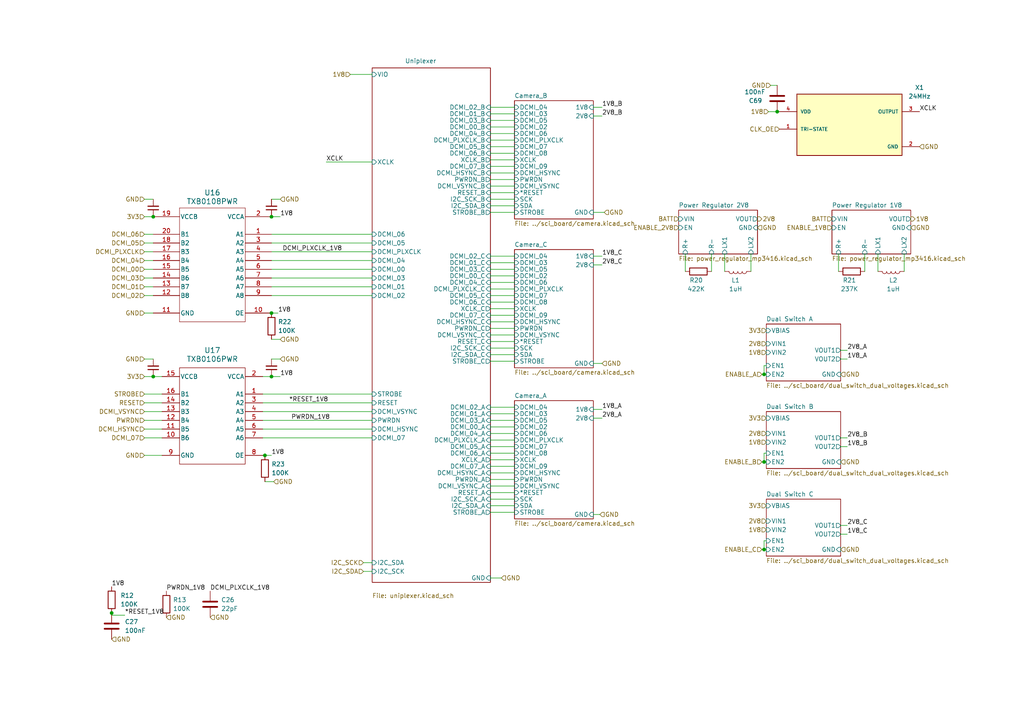
<source format=kicad_sch>
(kicad_sch (version 20250114) (generator "eeschema") (generator_version "9.0")
  (paper "A4")
  (lib_symbols
    (symbol "Common:ECS-TXO-2016-33-100-TR" (pin_names (offset 1.016))
      (property "Reference" "X" (at -15.2838 8.1513 0))
      (property "Value" "ECS-TXO-2016-33-100-TR" (at -15.2592 -12.716 0))
      (symbol "ECS-TXO-2016-33-100-TR_0_0"
        (rectangle (start -15.24 7.62) (end 15.24 -10.16) (stroke (width 0.254)) (fill (type background)))
        (pin input line (at -20.32 -2.54 0) (length 5.08) (name "TRI-STATE") (number "1"))
        (pin output line (at 20.32 2.54 180) (length 5.08) (name "OUTPUT") (number "3"))
        (pin power_in line (at 20.32 -7.62 180) (length 5.08) (name "GND") (number "2"))
      )
      (symbol "ECS-TXO-2016-33-100-TR_1_0"
        (pin power_in line (at -20.32 2.54 0) (length 5.08) (name "VDD") (number "4"))
      )
    )
    (symbol "Common:TXB0106PWR" (pin_names (offset 0.254))
      (property "Reference" "U" (at 9.398 32.258 0))
      (property "Value" "TXB0106PWR" (at 8.89 29.718 0))
      (symbol "TXB0106PWR_0_1"
        (pin power_in line (at -5.08 25.4 0) (length 5.08) (name "VCCA") (number "2"))
        (pin bidirectional line (at -5.08 20.32 0) (length 5.08) (name "A1") (number "1"))
        (pin bidirectional line (at -5.08 17.78 0) (length 5.08) (name "A2") (number "3"))
        (pin bidirectional line (at -5.08 15.24 0) (length 5.08) (name "A3") (number "4"))
        (pin bidirectional line (at -5.08 12.7 0) (length 5.08) (name "A4") (number "5"))
        (pin bidirectional line (at -5.08 10.16 0) (length 5.08) (name "A5") (number "6"))
        (pin bidirectional line (at -5.08 7.62 0) (length 5.08) (name "A6") (number "7"))
        (pin input line (at -5.08 2.54 0) (length 5.08) (name "OE") (number "8"))
        (pin power_in line (at 24.13 25.4 180) (length 5.08) (name "VCCB") (number "15"))
        (pin bidirectional line (at 24.13 20.32 180) (length 5.08) (name "B1") (number "16"))
        (pin bidirectional line (at 24.13 17.78 180) (length 5.08) (name "B2") (number "14"))
        (pin bidirectional line (at 24.13 15.24 180) (length 5.08) (name "B3") (number "13"))
        (pin bidirectional line (at 24.13 12.7 180) (length 5.08) (name "B4") (number "12"))
        (pin bidirectional line (at 24.13 10.16 180) (length 5.08) (name "B5") (number "11"))
        (pin bidirectional line (at 24.13 7.62 180) (length 5.08) (name "B6") (number "10"))
        (pin power_in line (at 24.13 2.54 180) (length 5.08) (name "GND") (number "9"))
      )
      (symbol "TXB0106PWR_1_1"
        (rectangle (start 0 0) (end 19.05 27.94))
      )
    )
    (symbol "Common:TXB0108PWR" (pin_names (offset 0.254))
      (property "Reference" "U" (at 10.16 38.1 0))
      (property "Value" "TXB0108PWR" (at 10.16 35.56 0))
      (symbol "TXB0108PWR_0_1"
        (polyline (pts (xy 0 33.02) (xy 0 0)) (stroke (width 0.127)))
        (polyline (pts (xy 0 0) (xy 19.05 0)) (stroke (width 0.127)))
        (polyline (pts (xy 19.05 33.02) (xy 0 33.02)) (stroke (width 0.127)))
        (polyline (pts (xy 19.05 0) (xy 19.05 33.02)) (stroke (width 0.127)))
        (pin power_in line (at -7.62 30.48 0) (length 7.62) (name "VCCA") (number "2"))
        (pin bidirectional line (at -7.62 25.4 0) (length 7.62) (name "A1") (number "1"))
        (pin bidirectional line (at -7.62 22.86 0) (length 7.62) (name "A2") (number "3"))
        (pin bidirectional line (at -7.62 20.32 0) (length 7.62) (name "A3") (number "4"))
        (pin bidirectional line (at -7.62 17.78 0) (length 7.62) (name "A4") (number "5"))
        (pin bidirectional line (at -7.62 15.24 0) (length 7.62) (name "A5") (number "6"))
        (pin bidirectional line (at -7.62 12.7 0) (length 7.62) (name "A6") (number "7"))
        (pin bidirectional line (at -7.62 10.16 0) (length 7.62) (name "A7") (number "8"))
        (pin bidirectional line (at -7.62 7.62 0) (length 7.62) (name "A8") (number "9"))
        (pin bidirectional line (at 26.67 25.4 180) (length 7.62) (name "B1") (number "20"))
        (pin bidirectional line (at 26.67 22.86 180) (length 7.62) (name "B2") (number "18"))
        (pin bidirectional line (at 26.67 20.32 180) (length 7.62) (name "B3") (number "17"))
        (pin bidirectional line (at 26.67 17.78 180) (length 7.62) (name "B4") (number "16"))
        (pin bidirectional line (at 26.67 15.24 180) (length 7.62) (name "B5") (number "15"))
        (pin bidirectional line (at 26.67 12.7 180) (length 7.62) (name "B6") (number "14"))
        (pin bidirectional line (at 26.67 10.16 180) (length 7.62) (name "B7") (number "13"))
        (pin bidirectional line (at 26.67 7.62 180) (length 7.62) (name "B8") (number "12"))
        (pin power_in line (at 26.67 2.54 180) (length 7.62) (name "GND") (number "11"))
      )
      (symbol "TXB0108PWR_1_1"
        (pin input line (at -7.62 2.54 0) (length 7.62) (name "OE") (number "10"))
        (pin power_in line (at 26.67 30.48 180) (length 7.62) (name "VCCB") (number "19"))
      )
    )
    (symbol "Device:C" (pin_numbers (hide yes)) (pin_names (offset 0.254))
      (property "Reference" "C" (at 0.635 2.54 0))
      (property "Value" "C" (at 0.635 -2.54 0))
      (symbol "C_0_1"
        (polyline (pts (xy -2.032 0.762) (xy 2.032 0.762)) (stroke (width 0.508)))
        (polyline (pts (xy -2.032 -0.762) (xy 2.032 -0.762)) (stroke (width 0.508)))
      )
      (symbol "C_1_1"
        (pin passive line (at 0 3.81 270) (length 2.794) (name "~") (number "1"))
        (pin passive line (at 0 -3.81 90) (length 2.794) (name "~") (number "2"))
      )
    )
    (symbol "Device:C_Small" (pin_numbers (hide yes)) (pin_names (offset 0.254) (hide yes))
      (property "Reference" "C" (at 0.254 1.778 0))
      (property "Value" "C_Small" (at 0.254 -2.032 0))
      (symbol "C_Small_0_1"
        (polyline (pts (xy -1.524 0.508) (xy 1.524 0.508)) (stroke (width 0.3048)))
        (polyline (pts (xy -1.524 -0.508) (xy 1.524 -0.508)) (stroke (width 0.3302)))
      )
      (symbol "C_Small_1_1"
        (pin passive line (at 0 2.54 270) (length 2.032) (name "~") (number "1"))
        (pin passive line (at 0 -2.54 90) (length 2.032) (name "~") (number "2"))
      )
    )
    (symbol "Device:L" (pin_numbers (hide yes)) (pin_names (offset 1.016) (hide yes))
      (property "Reference" "L" (at -1.27 0 90))
      (property "Value" "L" (at 1.905 0 90))
      (symbol "L_0_1"
        (arc (start 0 2.54) (mid 0.6323 1.905) (end 0 1.27))
        (arc (start 0 1.27) (mid 0.6323 0.635) (end 0 0))
        (arc (start 0 0) (mid 0.6323 -0.635) (end 0 -1.27))
        (arc (start 0 -1.27) (mid 0.6323 -1.905) (end 0 -2.54))
      )
      (symbol "L_1_1"
        (pin passive line (at 0 3.81 270) (length 1.27) (name "1") (number "1"))
        (pin passive line (at 0 -3.81 90) (length 1.27) (name "2") (number "2"))
      )
    )
    (symbol "Device:R" (pin_numbers (hide yes)) (pin_names (offset 0))
      (property "Reference" "R" (at 2.032 0 90))
      (property "Value" "R" (at 0 0 90))
      (symbol "R_0_1"
        (rectangle (start -1.016 -2.54) (end 1.016 2.54) (stroke (width 0.254)))
      )
      (symbol "R_1_1"
        (pin passive line (at 0 3.81 270) (length 1.27) (name "~") (number "1"))
        (pin passive line (at 0 -3.81 90) (length 1.27) (name "~") (number "2"))
      )
    )
  )
  (junction (at 221.615 159.385))
  (junction (at 78.74 90.805))
  (junction (at 44.45 109.22))
  (junction (at 221.615 108.585))
  (junction (at 44.45 62.865))
  (junction (at 76.835 132.08))
  (junction (at 221.615 133.985))
  (junction (at 225.425 32.385))
  (junction (at 78.74 62.865))
  (junction (at 78.74 109.22))
  (junction (at 32.385 177.8))
  (wire (pts (xy 142.24 118.11) (xy 149.225 118.11)))
  (wire (pts (xy 41.91 67.945) (xy 44.45 67.945)))
  (wire (pts (xy 41.91 132.08) (xy 46.99 132.08)))
  (wire (pts (xy 76.2 114.3) (xy 107.95 114.3)))
  (wire (pts (xy 142.24 50.165) (xy 149.225 50.165)))
  (wire (pts (xy 78.74 85.725) (xy 107.95 85.725)))
  (wire (pts (xy 142.24 125.73) (xy 149.225 125.73)))
  (wire (pts (xy 142.24 129.54) (xy 149.225 129.54)))
  (wire (pts (xy 142.24 139.065) (xy 149.225 139.065)))
  (wire (pts (xy 225.425 32.385) (xy 226.06 32.385)))
  (wire (pts (xy 78.74 75.565) (xy 107.95 75.565)))
  (wire (pts (xy 225.425 24.765) (xy 223.52 24.765)))
  (wire (pts (xy 198.755 73.66) (xy 198.755 78.74)))
  (wire (pts (xy 145.415 167.64) (xy 142.24 167.64)))
  (wire (pts (xy 142.24 34.925) (xy 149.225 34.925)))
  (wire (pts (xy 142.24 121.92) (xy 149.225 121.92)))
  (wire (pts (xy 142.24 100.965) (xy 149.225 100.965)))
  (wire (pts (xy 245.745 154.94) (xy 243.84 154.94)))
  (wire (pts (xy 76.2 109.22) (xy 78.74 109.22)))
  (wire (pts (xy 78.74 73.025) (xy 107.95 73.025)))
  (wire (pts (xy 174.625 121.285) (xy 172.085 121.285)))
  (wire (pts (xy 142.24 91.44) (xy 149.225 91.44)))
  (wire (pts (xy 41.91 85.725) (xy 44.45 85.725)))
  (wire (pts (xy 41.91 73.025) (xy 44.45 73.025)))
  (wire (pts (xy 142.24 93.345) (xy 149.225 93.345)))
  (wire (pts (xy 41.91 75.565) (xy 44.45 75.565)))
  (wire (pts (xy 210.185 73.66) (xy 210.185 78.74)))
  (wire (pts (xy 78.74 67.945) (xy 107.95 67.945)))
  (wire (pts (xy 105.41 165.735) (xy 107.95 165.735)))
  (wire (pts (xy 142.24 44.45) (xy 149.225 44.45)))
  (wire (pts (xy 78.74 83.185) (xy 107.95 83.185)))
  (wire (pts (xy 206.375 73.66) (xy 206.375 78.74)))
  (wire (pts (xy 142.24 46.355) (xy 149.225 46.355)))
  (wire (pts (xy 41.91 127) (xy 46.99 127)))
  (wire (pts (xy 142.24 48.26) (xy 149.225 48.26)))
  (wire (pts (xy 76.2 124.46) (xy 107.95 124.46)))
  (wire (pts (xy 221.615 106.045) (xy 221.615 108.585)))
  (wire (pts (xy 174.625 74.295) (xy 172.085 74.295)))
  (wire (pts (xy 245.745 101.6) (xy 243.84 101.6)))
  (wire (pts (xy 142.24 76.2) (xy 149.225 76.2)))
  (wire (pts (xy 81.28 57.785) (xy 78.74 57.785)))
  (wire (pts (xy 41.91 119.38) (xy 46.99 119.38)))
  (wire (pts (xy 220.98 133.985) (xy 221.615 133.985)))
  (wire (pts (xy 142.24 40.64) (xy 149.225 40.64)))
  (wire (pts (xy 76.2 119.38) (xy 107.95 119.38)))
  (wire (pts (xy 245.745 129.54) (xy 243.84 129.54)))
  (wire (pts (xy 142.24 102.87) (xy 149.225 102.87)))
  (wire (pts (xy 41.91 78.105) (xy 44.45 78.105)))
  (wire (pts (xy 41.91 62.865) (xy 44.45 62.865)))
  (wire (pts (xy 221.615 159.385) (xy 222.25 159.385)))
  (wire (pts (xy 175.26 61.595) (xy 172.085 61.595)))
  (wire (pts (xy 142.24 87.63) (xy 149.225 87.63)))
  (wire (pts (xy 78.74 70.485) (xy 107.95 70.485)))
  (wire (pts (xy 142.24 53.975) (xy 149.225 53.975)))
  (wire (pts (xy 142.24 89.535) (xy 149.225 89.535)))
  (wire (pts (xy 220.98 159.385) (xy 221.615 159.385)))
  (wire (pts (xy 78.74 78.105) (xy 107.95 78.105)))
  (wire (pts (xy 142.24 144.78) (xy 149.225 144.78)))
  (wire (pts (xy 142.24 97.155) (xy 149.225 97.155)))
  (wire (pts (xy 142.24 140.97) (xy 149.225 140.97)))
  (wire (pts (xy 142.24 81.915) (xy 149.225 81.915)))
  (wire (pts (xy 76.2 121.92) (xy 107.95 121.92)))
  (wire (pts (xy 142.24 31.115) (xy 149.225 31.115)))
  (wire (pts (xy 76.2 132.08) (xy 76.835 132.08)))
  (wire (pts (xy 142.24 142.875) (xy 149.225 142.875)))
  (wire (pts (xy 32.385 178.435) (xy 32.385 177.8)))
  (wire (pts (xy 142.24 61.595) (xy 149.225 61.595)))
  (wire (pts (xy 81.28 62.865) (xy 78.74 62.865)))
  (wire (pts (xy 41.91 124.46) (xy 46.99 124.46)))
  (wire (pts (xy 41.91 116.84) (xy 46.99 116.84)))
  (wire (pts (xy 222.25 131.445) (xy 221.615 131.445)))
  (wire (pts (xy 78.74 80.645) (xy 107.95 80.645)))
  (wire (pts (xy 142.24 36.83) (xy 149.225 36.83)))
  (wire (pts (xy 41.91 109.22) (xy 44.45 109.22)))
  (wire (pts (xy 41.91 90.805) (xy 44.45 90.805)))
  (wire (pts (xy 76.2 127) (xy 107.95 127)))
  (wire (pts (xy 81.28 104.14) (xy 78.74 104.14)))
  (wire (pts (xy 142.24 80.01) (xy 149.225 80.01)))
  (wire (pts (xy 142.24 123.825) (xy 149.225 123.825)))
  (wire (pts (xy 44.45 109.22) (xy 46.99 109.22)))
  (wire (pts (xy 254.635 73.66) (xy 254.635 78.74)))
  (wire (pts (xy 142.24 78.105) (xy 149.225 78.105)))
  (wire (pts (xy 41.91 104.14) (xy 44.45 104.14)))
  (wire (pts (xy 142.24 33.02) (xy 149.225 33.02)))
  (wire (pts (xy 142.24 85.725) (xy 149.225 85.725)))
  (wire (pts (xy 142.24 135.255) (xy 149.225 135.255)))
  (wire (pts (xy 174.625 33.655) (xy 172.085 33.655)))
  (wire (pts (xy 41.91 121.92) (xy 46.99 121.92)))
  (wire (pts (xy 262.255 73.66) (xy 262.255 78.74)))
  (wire (pts (xy 41.91 80.645) (xy 44.45 80.645)))
  (wire (pts (xy 142.24 146.685) (xy 149.225 146.685)))
  (wire (pts (xy 41.91 70.485) (xy 44.45 70.485)))
  (wire (pts (xy 222.885 32.385) (xy 225.425 32.385)))
  (wire (pts (xy 41.91 114.3) (xy 46.99 114.3)))
  (wire (pts (xy 217.805 73.66) (xy 217.805 78.74)))
  (wire (pts (xy 105.41 163.195) (xy 107.95 163.195)))
  (wire (pts (xy 174.625 105.41) (xy 172.085 105.41)))
  (wire (pts (xy 36.195 178.435) (xy 32.385 178.435)))
  (wire (pts (xy 221.615 108.585) (xy 222.25 108.585)))
  (wire (pts (xy 79.375 139.7) (xy 76.835 139.7)))
  (wire (pts (xy 222.25 106.045) (xy 221.615 106.045)))
  (wire (pts (xy 41.91 83.185) (xy 44.45 83.185)))
  (wire (pts (xy 250.825 73.66) (xy 250.825 78.74)))
  (wire (pts (xy 142.24 148.59) (xy 149.225 148.59)))
  (wire (pts (xy 245.745 152.4) (xy 243.84 152.4)))
  (wire (pts (xy 76.2 116.84) (xy 107.95 116.84)))
  (wire (pts (xy 142.24 52.07) (xy 149.225 52.07)))
  (wire (pts (xy 245.745 127) (xy 243.84 127)))
  (wire (pts (xy 81.28 98.425) (xy 78.74 98.425)))
  (wire (pts (xy 142.24 104.775) (xy 149.225 104.775)))
  (wire (pts (xy 174.625 118.745) (xy 172.085 118.745)))
  (wire (pts (xy 142.24 133.35) (xy 149.225 133.35)))
  (wire (pts (xy 142.24 120.015) (xy 149.225 120.015)))
  (wire (pts (xy 221.615 133.985) (xy 222.25 133.985)))
  (wire (pts (xy 80.645 90.805) (xy 78.74 90.805)))
  (wire (pts (xy 81.28 109.22) (xy 78.74 109.22)))
  (wire (pts (xy 174.625 76.835) (xy 172.085 76.835)))
  (wire (pts (xy 243.205 73.66) (xy 243.205 78.74)))
  (wire (pts (xy 221.615 156.845) (xy 221.615 159.385)))
  (wire (pts (xy 245.745 104.14) (xy 243.84 104.14)))
  (wire (pts (xy 222.25 156.845) (xy 221.615 156.845)))
  (wire (pts (xy 142.24 137.16) (xy 149.225 137.16)))
  (wire (pts (xy 142.24 55.88) (xy 149.225 55.88)))
  (wire (pts (xy 76.835 132.08) (xy 78.74 132.08)))
  (wire (pts (xy 101.6 21.59) (xy 107.95 21.59)))
  (wire (pts (xy 142.24 38.735) (xy 149.225 38.735)))
  (wire (pts (xy 220.98 108.585) (xy 221.615 108.585)))
  (wire (pts (xy 142.24 83.82) (xy 149.225 83.82)))
  (wire (pts (xy 142.24 127.635) (xy 149.225 127.635)))
  (wire (pts (xy 221.615 131.445) (xy 221.615 133.985)))
  (wire (pts (xy 41.91 57.785) (xy 44.45 57.785)))
  (wire (pts (xy 142.24 131.445) (xy 149.225 131.445)))
  (wire (pts (xy 142.24 57.785) (xy 149.225 57.785)))
  (wire (pts (xy 174.625 31.115) (xy 172.085 31.115)))
  (wire (pts (xy 94.615 46.99) (xy 107.95 46.99)))
  (wire (pts (xy 173.99 149.225) (xy 172.085 149.225)))
  (wire (pts (xy 142.24 95.25) (xy 149.225 95.25)))
  (wire (pts (xy 142.24 59.69) (xy 149.225 59.69)))
  (wire (pts (xy 142.24 74.295) (xy 149.225 74.295)))
  (wire (pts (xy 142.24 42.545) (xy 149.225 42.545)))
  (wire (pts (xy 142.24 99.06) (xy 149.225 99.06)))
  (label "1V8" (at 81.28 62.865 0))
  (label "1V8_A" (at 174.625 118.745 0))
  (label "XCLK" (at 266.7 32.385 0))
  (label "1V8" (at 32.385 170.18 0))
  (label "2V8_A" (at 174.625 121.285 0))
  (label "1V8_C" (at 245.745 154.94 0))
  (label "1V8" (at 80.645 90.805 0))
  (label "*RESET_1V8" (at 83.82 116.84 0))
  (label "2V8_A" (at 245.745 101.6 0))
  (label "*RESET_1V8" (at 36.195 178.435 0))
  (label "PWRDN_1V8" (at 84.455 121.92 0))
  (label "DCMI_PLXCLK_1V8" (at 60.96 171.45 0))
  (label "2V8_B" (at 245.745 127 0))
  (label "2V8_C" (at 245.745 152.4 0))
  (label "1V8_A" (at 245.745 104.14 0))
  (label "1V8_C" (at 174.625 74.295 0))
  (label "XCLK" (at 94.615 46.99 0))
  (label "2V8_C" (at 174.625 76.835 0))
  (label "1V8" (at 78.74 132.08 0))
  (label "DCMI_PLXCLK_1V8" (at 81.915 73.025 0))
  (label "1V8_B" (at 245.745 129.54 0))
  (label "2V8_B" (at 174.625 33.655 0))
  (label "1V8" (at 81.28 109.22 0))
  (label "PWRDN_1V8" (at 48.26 171.45 0))
  (label "1V8_B" (at 174.625 31.115 0))
  (hierarchical_label "ENABLE_B" (shape input) (at 220.98 133.985 180))
  (hierarchical_label "GND" (shape input) (at 81.28 98.425 0))
  (hierarchical_label "GND" (shape input) (at 219.71 66.04 0))
  (hierarchical_label "DCMI_00" (shape input) (at 41.91 78.105 180))
  (hierarchical_label "DCMI_05" (shape input) (at 41.91 70.485 180))
  (hierarchical_label "1V8" (shape input) (at 222.885 32.385 180))
  (hierarchical_label "DCMI_06" (shape input) (at 41.91 67.945 180))
  (hierarchical_label "DCMI_PLXCLK" (shape input) (at 41.91 73.025 180))
  (hierarchical_label "BATT" (shape input) (at 241.3 63.5 180))
  (hierarchical_label "1V8" (shape input) (at 222.25 102.235 180))
  (hierarchical_label "GND" (shape input) (at 41.91 90.805 180))
  (hierarchical_label "DCMI_HSYNC" (shape input) (at 41.91 124.46 180))
  (hierarchical_label "3V3" (shape input) (at 222.25 146.685 180))
  (hierarchical_label "DCMI_04" (shape input) (at 41.91 75.565 180))
  (hierarchical_label "GND" (shape input) (at 41.91 104.14 180))
  (hierarchical_label "GND" (shape input) (at 81.28 104.14 0))
  (hierarchical_label "GND" (shape input) (at 243.84 108.585 0))
  (hierarchical_label "GND" (shape input) (at 145.415 167.64 0))
  (hierarchical_label "ENABLE_1V8" (shape input) (at 241.3 66.04 180))
  (hierarchical_label "CLK_OE" (shape input) (at 226.06 37.465 180))
  (hierarchical_label "GND" (shape input) (at 173.99 149.225 0))
  (hierarchical_label "GND" (shape input) (at 175.26 61.595 0))
  (hierarchical_label "2V8" (shape input) (at 222.25 151.13 180))
  (hierarchical_label "DCMI_02" (shape input) (at 41.91 85.725 180))
  (hierarchical_label "DCMI_VSYNC" (shape input) (at 41.91 119.38 180))
  (hierarchical_label "DCMI_03" (shape input) (at 41.91 80.645 180))
  (hierarchical_label "I2C_SCK" (shape input) (at 105.41 163.195 180))
  (hierarchical_label "PWRDN" (shape input) (at 41.91 121.92 180))
  (hierarchical_label "GND" (shape input) (at 41.91 132.08 180))
  (hierarchical_label "3V3" (shape input) (at 41.91 62.865 180))
  (hierarchical_label "2V8" (shape output) (at 219.71 63.5 0))
  (hierarchical_label "RESET" (shape input) (at 41.91 116.84 180))
  (hierarchical_label "1V8" (shape input) (at 222.25 153.67 180))
  (hierarchical_label "BATT" (shape input) (at 196.85 63.5 180))
  (hierarchical_label "1V8" (shape input) (at 222.25 128.27 180))
  (hierarchical_label "GND" (shape input) (at 32.385 185.42 0))
  (hierarchical_label "2V8" (shape input) (at 222.25 99.695 180))
  (hierarchical_label "ENABLE_2V8" (shape input) (at 196.85 66.04 180))
  (hierarchical_label "GND" (shape input) (at 243.84 159.385 0))
  (hierarchical_label "ENABLE_C" (shape input) (at 220.98 159.385 180))
  (hierarchical_label "STROBE" (shape input) (at 41.91 114.3 180))
  (hierarchical_label "GND" (shape input) (at 41.91 57.785 180))
  (hierarchical_label "1V8" (shape output) (at 264.16 63.5 0))
  (hierarchical_label "GND" (shape input) (at 79.375 139.7 0))
  (hierarchical_label "I2C_SDA" (shape input) (at 105.41 165.735 180))
  (hierarchical_label "3V3" (shape input) (at 41.91 109.22 180))
  (hierarchical_label "GND" (shape input) (at 174.625 105.41 0))
  (hierarchical_label "GND" (shape input) (at 266.7 42.545 0))
  (hierarchical_label "GND" (shape input) (at 223.52 24.765 180))
  (hierarchical_label "1V8" (shape input) (at 101.6 21.59 180))
  (hierarchical_label "GND" (shape input) (at 60.96 179.07 0))
  (hierarchical_label "GND" (shape input) (at 243.84 133.985 0))
  (hierarchical_label "3V3" (shape input) (at 222.25 95.885 180))
  (hierarchical_label "GND" (shape input) (at 264.16 66.04 0))
  (hierarchical_label "2V8" (shape input) (at 222.25 125.73 180))
  (hierarchical_label "GND" (shape input) (at 48.26 179.07 0))
  (hierarchical_label "GND" (shape input) (at 81.28 57.785 0))
  (hierarchical_label "3V3" (shape input) (at 222.25 121.285 180))
  (hierarchical_label "DCMI_01" (shape input) (at 41.91 83.185 180))
  (hierarchical_label "ENABLE_A" (shape input) (at 220.98 108.585 180))
  (hierarchical_label "DCMI_07" (shape input) (at 41.91 127 180))
  (symbol (lib_id "Device:R") (at 78.74 94.615 0) (unit 1)
    (property "Reference" "R22" (at 80.645 93.3449 0) (effects (justify left)))
    (property "Value" "100K" (at 80.645 95.8849 0) (effects (justify left)))
    (property "Footprint" "Resistor_SMD:R_0402_1005Metric_Pad0.72x0.64mm_HandSolder" (effects (hide yes)))
    (property "Datasheet" "https://www.yageo.com/upload/media/product/app/datasheet/rchip/pyu-rt_1-to-0.01_rohs_l.pdf" (effects (hide yes)))
    (property "Description" "Resistor" (effects (hide yes)))
    (property "Tolerance" "1" (effects (hide yes)))
    (property "Manufacturer" "YAGEO" (effects (hide yes)))
    (property "Part Number" "RC0402FR-07100KL" (effects (hide yes)))
  )
  (symbol (lib_id "Device:C_Small") (at 78.74 60.325 0) (mirror x) (unit 1)
    (property "Reference" "C71" (effects (hide yes)))
    (property "Value" "100nF" (effects (hide yes)))
    (property "Footprint" "Capacitor_SMD:C_0402_1005Metric_Pad0.74x0.62mm_HandSolder" (effects (hide yes)))
    (property "Datasheet" "https://search.murata.co.jp/Ceramy/image/img/A01X/G101/ENG/GRM155R61E104KA87-01.pdf" (effects (hide yes)))
    (property "Description" "Unpolarized capacitor, small symbol" (effects (hide yes)))
    (property "Temperture Coefficient" "X5R" (effects (hide yes)))
    (property "Tolerance" "10" (effects (hide yes)))
    (property "Voltage" "25" (effects (hide yes)))
    (property "Manufacturer" "Murata" (effects (hide yes)))
    (property "Part Number" "GRM155R61E104KA87D" (effects (hide yes)))
  )
  (symbol (lib_id "Device:C") (at 60.96 175.26 0) (unit 1)
    (property "Reference" "C26" (at 64.135 173.9899 0) (effects (justify left)))
    (property "Value" "22pF" (at 64.135 176.5299 0) (effects (justify left)))
    (property "Footprint" "Capacitor_SMD:C_0402_1005Metric_Pad0.74x0.62mm_HandSolder" (effects (hide yes)))
    (property "Datasheet" "https://search.murata.co.jp/Ceramy/image/img/A01X/G101/ENG/GRT1555C1E220JA02-01.pdf" (effects (hide yes)))
    (property "Description" "Unpolarized capacitor" (effects (hide yes)))
    (property "Tolerance" "5" (effects (hide yes)))
    (property "Voltage" "25" (effects (hide yes)))
    (property "Temperture Coefficient" "C0G/NP0" (effects (hide yes)))
    (property "Manufacturer" "Murata" (effects (hide yes)))
    (property "Part Number" "GRT1555C1E220JA02J" (effects (hide yes)))
  )
  (symbol (lib_id "Device:C") (at 32.385 181.61 0) (unit 1)
    (property "Reference" "C27" (at 36.195 180.3399 0) (effects (justify left)))
    (property "Value" "100nF" (at 36.195 182.8799 0) (effects (justify left)))
    (property "Footprint" "Capacitor_SMD:C_0402_1005Metric_Pad0.74x0.62mm_HandSolder" (effects (hide yes)))
    (property "Datasheet" "https://search.murata.co.jp/Ceramy/image/img/A01X/G101/ENG/GRM155R61E104KA87-01.pdf" (effects (hide yes)))
    (property "Description" "Unpolarized capacitor" (effects (hide yes)))
    (property "Tolerance" "10" (effects (hide yes)))
    (property "Voltage" "25" (effects (hide yes)))
    (property "Temperture Coefficient" "X5R" (effects (hide yes)))
    (property "Manufacturer" "Murata" (effects (hide yes)))
    (property "Part Number" "GRM155R61E104KA87D" (effects (hide yes)))
  )
  (symbol (lib_id "Common:TXB0108PWR") (at 71.12 93.345 0) (mirror y) (unit 1)
    (property "Reference" "U16" (at 61.595 55.88 0) (effects (font (size 1.524 1.524))))
    (property "Value" "TXB0108PWR" (at 61.595 58.42 0) (effects (font (size 1.524 1.524))))
    (property "Footprint" "Package_SO:TSSOP-20_4.4x6.5mm_P0.65mm" (effects (hide yes)))
    (property "Datasheet" "https://www.ti.com/lit/ds/symlink/txb0108.pdf?HQS=dis-dk-null-digikeymode-dsf-pf-null-wwe&ts=1746948011633" (effects (hide yes)))
    (property "Manufacturer" "TI" (effects (hide yes)))
    (property "Part Number" "TXB0108PWR" (effects (hide yes)))
  )
  (symbol (lib_id "Common:TXB0106PWR") (at 71.12 134.62 0) (mirror y) (unit 1)
    (property "Reference" "U17" (at 61.595 101.6 0) (effects (font (size 1.524 1.524))))
    (property "Value" "TXB0106PWR" (at 61.595 104.14 0) (effects (font (size 1.524 1.524))))
    (property "Footprint" "Package_SO:TSSOP-16_4.4x5mm_P0.65mm" (effects (hide yes)))
    (property "Datasheet" "https://www.ti.com/lit/ds/symlink/txb0106.pdf?HQS=dis-dk-null-digikeymode-dsf-pf-null-wwe&ts=1746990543534" (effects (hide yes)))
    (property "Manufacturer" "TI" (effects (hide yes)))
    (property "Part Number" "TXB0106PWR" (effects (hide yes)))
  )
  (symbol (lib_id "Device:C_Small") (at 44.45 60.325 180) (unit 1)
    (property "Reference" "C70" (effects (hide yes)))
    (property "Value" "100nF" (effects (hide yes)))
    (property "Footprint" "Capacitor_SMD:C_0402_1005Metric_Pad0.74x0.62mm_HandSolder" (effects (hide yes)))
    (property "Datasheet" "https://search.murata.co.jp/Ceramy/image/img/A01X/G101/ENG/GRM155R61E104KA87-01.pdf" (effects (hide yes)))
    (property "Description" "Unpolarized capacitor, small symbol" (effects (hide yes)))
    (property "Temperture Coefficient" "X5R" (effects (hide yes)))
    (property "Tolerance" "10" (effects (hide yes)))
    (property "Voltage" "25" (effects (hide yes)))
    (property "Manufacturer" "Murata" (effects (hide yes)))
    (property "Part Number" "GRM155R61E104KA87D" (effects (hide yes)))
  )
  (symbol (lib_id "Device:C") (at 225.425 28.575 0) (mirror x) (unit 1)
    (property "Reference" "C69" (at 217.17 29.21 0) (effects (justify left)))
    (property "Value" "100nF" (at 215.9 26.67 0) (effects (justify left)))
    (property "Footprint" "Capacitor_SMD:C_0402_1005Metric_Pad0.74x0.62mm_HandSolder" (effects (hide yes)))
    (property "Datasheet" "https://search.murata.co.jp/Ceramy/image/img/A01X/G101/ENG/GRM155R61E104KA87-01.pdf" (effects (hide yes)))
    (property "Description" "Unpolarized capacitor" (effects (hide yes)))
    (property "Voltage" "25" (effects (hide yes)))
    (property "Tolerance" "10" (effects (hide yes)))
    (property "Temperture Coefficient" "X5R" (effects (hide yes)))
    (property "Manufacturer" "Murata" (effects (hide yes)))
    (property "Part Number" "GRM155R61E104KA87D" (effects (hide yes)))
  )
  (symbol (lib_id "Device:L") (at 213.995 78.74 270) (unit 1)
    (property "Reference" "L1" (at 213.36 81.28 90))
    (property "Value" "1uH" (at 213.36 83.82 90))
    (property "Footprint" "Inductor_SMD:L_1008_2520Metric_Pad1.43x2.20mm_HandSolder" (effects (hide yes)))
    (property "Datasheet" "https://www.murata.com/~/media/webrenewal/products/inductor/chip/tokoproducts/wirewoundmetalalloychiptype/m_dfe252012p.ashx" (effects (hide yes)))
    (property "Description" "Inductor" (effects (hide yes)))
    (property "Amps" "3.2" (effects (hide yes)))
    (property "Manufacturer" "Murata" (effects (hide yes)))
    (property "Part Number" "DFE252012P-1R0M=P2" (effects (hide yes)))
  )
  (symbol (lib_id "Common:ECS-TXO-2016-33-100-TR") (at 246.38 34.925 0) (unit 1)
    (property "Reference" "X1" (at 266.7 25.4 0))
    (property "Value" "24MHz" (at 266.7 27.94 0))
    (property "Footprint" "Oscillator:Oscillator_SMD_ECS_2520MV-xxx-xx-4Pin_2.5x2.0mm" (effects (hide yes)))
    (property "Datasheet" "https://ecsxtal.com/store/pdf/ECS-TXO-2520MV.pdf" (effects (hide yes)))
    (property "Description" "Oscillator" (effects (hide yes)))
    (property "Manufacturer" "ECS" (effects (hide yes)))
    (property "Part Number" "ECS-2520MVLC-240-BN-TR" (effects (hide yes)))
  )
  (symbol (lib_id "Device:C_Small") (at 78.74 106.68 0) (mirror x) (unit 1)
    (property "Reference" "C73" (effects (hide yes)))
    (property "Value" "100nF" (effects (hide yes)))
    (property "Footprint" "Capacitor_SMD:C_0402_1005Metric_Pad0.74x0.62mm_HandSolder" (effects (hide yes)))
    (property "Datasheet" "https://search.murata.co.jp/Ceramy/image/img/A01X/G101/ENG/GRM155R61E104KA87-01.pdf" (effects (hide yes)))
    (property "Description" "Unpolarized capacitor, small symbol" (effects (hide yes)))
    (property "Temperture Coefficient" "X5R" (effects (hide yes)))
    (property "Tolerance" "10" (effects (hide yes)))
    (property "Voltage" "25" (effects (hide yes)))
    (property "Manufacturer" "Murata" (effects (hide yes)))
    (property "Part Number" "GRM155R61E104KA87D" (effects (hide yes)))
  )
  (symbol (lib_id "Device:R") (at 202.565 78.74 90) (unit 1)
    (property "Reference" "R20" (at 201.93 81.28 90))
    (property "Value" "422K" (at 201.93 83.82 90))
    (property "Footprint" "Resistor_SMD:R_0402_1005Metric_Pad0.72x0.64mm_HandSolder" (effects (hide yes)))
    (property "Datasheet" "https://www.yageo.com/upload/media/product/products/datasheet/rchip/PYu-RC_Group_51_RoHS_L_12.pdf" (effects (hide yes)))
    (property "Description" "Resistor" (effects (hide yes)))
    (property "Note" "Regulator" (effects (hide yes)))
    (property "Tolerance" "1" (effects (hide yes)))
    (property "Manufacturer" "YAGEO" (effects (hide yes)))
    (property "Part Number" "RC0402FR-07422KL" (effects (hide yes)))
  )
  (symbol (lib_id "Device:R") (at 247.015 78.74 90) (unit 1)
    (property "Reference" "R21" (at 246.38 81.28 90))
    (property "Value" "237K" (at 246.38 83.82 90))
    (property "Footprint" "Resistor_SMD:R_0402_1005Metric_Pad0.72x0.64mm_HandSolder" (effects (hide yes)))
    (property "Datasheet" "https://www.yageo.com/upload/media/product/products/datasheet/rchip/PYu-RC_Group_51_RoHS_L_12.pdf" (effects (hide yes)))
    (property "Description" "Resistor" (effects (hide yes)))
    (property "Note" "Regulator" (effects (hide yes)))
    (property "Tolerance" "1" (effects (hide yes)))
    (property "Manufacturer" "YAGEO" (effects (hide yes)))
    (property "Part Number" "RC0402FR-07237KL" (effects (hide yes)))
  )
  (symbol (lib_id "Device:L") (at 258.445 78.74 270) (unit 1)
    (property "Reference" "L2" (at 259.08 81.28 90))
    (property "Value" "1uH" (at 259.08 83.82 90))
    (property "Footprint" "Inductor_SMD:L_1008_2520Metric_Pad1.43x2.20mm_HandSolder" (effects (hide yes)))
    (property "Datasheet" "https://www.murata.com/~/media/webrenewal/products/inductor/chip/tokoproducts/wirewoundmetalalloychiptype/m_dfe252012p.ashx" (effects (hide yes)))
    (property "Description" "Inductor" (effects (hide yes)))
    (property "Amps" "3.2" (effects (hide yes)))
    (property "Manufacturer" "Murata" (effects (hide yes)))
    (property "Part Number" "DFE252012P-1R0M=P2" (effects (hide yes)))
  )
  (symbol (lib_id "Device:R") (at 32.385 173.99 0) (unit 1)
    (property "Reference" "R12" (at 34.925 172.7199 0) (effects (justify left)))
    (property "Value" "100K" (at 34.925 175.2599 0) (effects (justify left)))
    (property "Footprint" "Resistor_SMD:R_0402_1005Metric_Pad0.72x0.64mm_HandSolder" (effects (hide yes)))
    (property "Datasheet" "https://www.yageo.com/upload/media/product/app/datasheet/rchip/pyu-rt_1-to-0.01_rohs_l.pdf" (effects (hide yes)))
    (property "Description" "Resistor" (effects (hide yes)))
    (property "Note" "pullup/pulldown" (effects (hide yes)))
    (property "Tolerance" "1" (effects (hide yes)))
    (property "Manufacturer" "YAGEO" (effects (hide yes)))
    (property "Part Number" "RC0402FR-07100KL" (effects (hide yes)))
  )
  (symbol (lib_id "Device:R") (at 48.26 175.26 0) (unit 1)
    (property "Reference" "R13" (at 50.165 173.9899 0) (effects (justify left)))
    (property "Value" "100K" (at 50.165 176.5299 0) (effects (justify left)))
    (property "Footprint" "Resistor_SMD:R_0402_1005Metric_Pad0.72x0.64mm_HandSolder" (effects (hide yes)))
    (property "Datasheet" "https://www.yageo.com/upload/media/product/app/datasheet/rchip/pyu-rt_1-to-0.01_rohs_l.pdf" (effects (hide yes)))
    (property "Description" "Resistor" (effects (hide yes)))
    (property "Note" "pullup/pulldown" (effects (hide yes)))
    (property "Tolerance" "1" (effects (hide yes)))
    (property "Manufacturer" "YAGEO" (effects (hide yes)))
    (property "Part Number" "RC0402FR-07100KL" (effects (hide yes)))
  )
  (symbol (lib_id "Device:R") (at 76.835 135.89 0) (unit 1)
    (property "Reference" "R23" (at 78.74 134.6199 0) (effects (justify left)))
    (property "Value" "100K" (at 78.74 137.1599 0) (effects (justify left)))
    (property "Footprint" "Resistor_SMD:R_0402_1005Metric_Pad0.72x0.64mm_HandSolder" (effects (hide yes)))
    (property "Datasheet" "https://www.yageo.com/upload/media/product/app/datasheet/rchip/pyu-rt_1-to-0.01_rohs_l.pdf" (effects (hide yes)))
    (property "Description" "Resistor" (effects (hide yes)))
    (property "Tolerance" "1" (effects (hide yes)))
    (property "Manufacturer" "YAGEO" (effects (hide yes)))
    (property "Part Number" "RC0402FR-07100KL" (effects (hide yes)))
  )
  (symbol (lib_id "Device:C_Small") (at 44.45 106.68 180) (unit 1)
    (property "Reference" "C72" (effects (hide yes)))
    (property "Value" "100nF" (effects (hide yes)))
    (property "Footprint" "Capacitor_SMD:C_0402_1005Metric_Pad0.74x0.62mm_HandSolder" (effects (hide yes)))
    (property "Datasheet" "https://search.murata.co.jp/Ceramy/image/img/A01X/G101/ENG/GRM155R61E104KA87-01.pdf" (effects (hide yes)))
    (property "Description" "Unpolarized capacitor, small symbol" (effects (hide yes)))
    (property "Temperture Coefficient" "X5R" (effects (hide yes)))
    (property "Tolerance" "10" (effects (hide yes)))
    (property "Voltage" "25" (effects (hide yes)))
    (property "Manufacturer" "Murata" (effects (hide yes)))
    (property "Part Number" "GRM155R61E104KA87D" (effects (hide yes)))
  )
  (sheet (at 149.225 116.205) (size 22.86 34.29) (stroke (width 0.1524))
    (property "Sheetname" "Camera_A" (at 149.225 115.4934 0) (effects (justify left bottom)))
    (property "Sheetfile" "../sci_board/camera.kicad_sch" (at 149.225 151.0796 0) (effects (justify left top)))
    (pin "SCK" input (at 149.225 144.78 180))
    (pin "SDA" input (at 149.225 146.685 180))
    (pin "DCMI_PLXCLK" input (at 149.225 127.635 180))
    (pin "DCMI_HSYNC" input (at 149.225 137.16 180))
    (pin "DCMI_VSYNC" input (at 149.225 140.97 180))
    (pin "DCMI_06" input (at 149.225 125.73 180))
    (pin "DCMI_05" input (at 149.225 121.92 180))
    (pin "DCMI_02" input (at 149.225 123.825 180))
    (pin "DCMI_03" input (at 149.225 120.015 180))
    (pin "DCMI_04" input (at 149.225 118.11 180))
    (pin "DCMI_07" input (at 149.225 129.54 180))
    (pin "2V8" input (at 172.085 121.285 0))
    (pin "GND" input (at 172.085 149.225 0))
    (pin "DCMI_08" input (at 149.225 131.445 180))
    (pin "DCMI_09" input (at 149.225 135.255 180))
    (pin "PWRDN" input (at 149.225 139.065 180))
    (pin "STROBE" input (at 149.225 148.59 180))
    (pin "*RESET" input (at 149.225 142.875 180))
    (pin "XCLK" input (at 149.225 133.35 180))
    (pin "1V8" input (at 172.085 118.745 0))
  )
  (sheet (at 241.3 60.96) (size 22.86 12.7) (stroke (width 0.1524))
    (property "Sheetname" "Power Regulator 1V8" (at 241.3 60.2484 0) (effects (justify left bottom)))
    (property "Sheetfile" "power_regulator_mp3416.kicad_sch" (at 241.3 74.2446 0) (effects (justify left top)))
    (pin "GND" input (at 264.16 66.04 0))
    (pin "VOUT" output (at 264.16 63.5 0))
    (pin "VIN" input (at 241.3 63.5 180))
    (pin "R+" input (at 243.205 73.66 270))
    (pin "R-" input (at 250.825 73.66 270))
    (pin "LX1" input (at 254.635 73.66 270))
    (pin "LX2" input (at 262.255 73.66 270))
    (pin "EN" input (at 241.3 66.04 180))
  )
  (sheet (at 149.225 29.21) (size 22.86 34.29) (stroke (width 0.1524))
    (property "Sheetname" "Camera_B" (at 149.225 28.4984 0) (effects (justify left bottom)))
    (property "Sheetfile" "../sci_board/camera.kicad_sch" (at 149.225 64.0846 0) (effects (justify left top)))
    (pin "SCK" input (at 149.225 57.785 180))
    (pin "SDA" input (at 149.225 59.69 180))
    (pin "DCMI_PLXCLK" input (at 149.225 40.64 180))
    (pin "DCMI_HSYNC" input (at 149.225 50.165 180))
    (pin "DCMI_VSYNC" input (at 149.225 53.975 180))
    (pin "DCMI_06" input (at 149.225 38.735 180))
    (pin "DCMI_05" input (at 149.225 34.925 180))
    (pin "DCMI_02" input (at 149.225 36.83 180))
    (pin "DCMI_03" input (at 149.225 33.02 180))
    (pin "DCMI_04" input (at 149.225 31.115 180))
    (pin "DCMI_07" input (at 149.225 42.545 180))
    (pin "2V8" input (at 172.085 33.655 0))
    (pin "GND" input (at 172.085 61.595 0))
    (pin "DCMI_08" input (at 149.225 44.45 180))
    (pin "DCMI_09" input (at 149.225 48.26 180))
    (pin "PWRDN" input (at 149.225 52.07 180))
    (pin "STROBE" input (at 149.225 61.595 180))
    (pin "*RESET" input (at 149.225 55.88 180))
    (pin "XCLK" input (at 149.225 46.355 180))
    (pin "1V8" input (at 172.085 31.115 0))
  )
  (sheet (at 222.25 93.98) (size 21.59 16.51) (stroke (width 0.1524))
    (property "Sheetname" "Dual Switch A" (at 222.25 93.2684 0) (effects (justify left bottom)))
    (property "Sheetfile" "../sci_board/dual_switch_dual_voltages.kicad_sch" (at 222.25 111.0746 0) (effects (justify left top)))
    (pin "GND" input (at 243.84 108.585 0))
    (pin "VBIAS" input (at 222.25 95.885 180))
    (pin "VIN1" input (at 222.25 99.695 180))
    (pin "VIN2" input (at 222.25 102.235 180))
    (pin "VOUT1" output (at 243.84 101.6 0))
    (pin "VOUT2" output (at 243.84 104.14 0))
    (pin "EN1" input (at 222.25 106.045 180))
    (pin "EN2" input (at 222.25 108.585 180))
  )
  (sheet (at 222.25 119.38) (size 21.59 16.51) (stroke (width 0.1524))
    (property "Sheetname" "Dual Switch B" (at 222.25 118.6684 0) (effects (justify left bottom)))
    (property "Sheetfile" "../sci_board/dual_switch_dual_voltages.kicad_sch" (at 222.25 136.4746 0) (effects (justify left top)))
    (pin "GND" input (at 243.84 133.985 0))
    (pin "VBIAS" input (at 222.25 121.285 180))
    (pin "VIN1" input (at 222.25 125.73 180))
    (pin "VIN2" input (at 222.25 128.27 180))
    (pin "VOUT1" output (at 243.84 127 0))
    (pin "VOUT2" output (at 243.84 129.54 0))
    (pin "EN1" input (at 222.25 131.445 180))
    (pin "EN2" input (at 222.25 133.985 180))
  )
  (sheet (at 196.85 60.96) (size 22.86 12.7) (stroke (width 0.1524))
    (property "Sheetname" "Power Regulator 2V8" (at 196.85 60.2484 0) (effects (justify left bottom)))
    (property "Sheetfile" "power_regulator_mp3416.kicad_sch" (at 196.85 74.2446 0) (effects (justify left top)))
    (pin "GND" input (at 219.71 66.04 0))
    (pin "VOUT" output (at 219.71 63.5 0))
    (pin "VIN" input (at 196.85 63.5 180))
    (pin "R+" input (at 198.755 73.66 270))
    (pin "R-" input (at 206.375 73.66 270))
    (pin "LX1" input (at 210.185 73.66 270))
    (pin "LX2" input (at 217.805 73.66 270))
    (pin "EN" input (at 196.85 66.04 180))
  )
  (sheet (at 149.225 72.39) (size 22.86 34.29) (stroke (width 0.1524))
    (property "Sheetname" "Camera_C" (at 149.225 71.6784 0) (effects (justify left bottom)))
    (property "Sheetfile" "../sci_board/camera.kicad_sch" (at 149.225 107.2646 0) (effects (justify left top)))
    (pin "SCK" input (at 149.225 100.965 180))
    (pin "SDA" input (at 149.225 102.87 180))
    (pin "DCMI_PLXCLK" input (at 149.225 83.82 180))
    (pin "DCMI_HSYNC" input (at 149.225 93.345 180))
    (pin "DCMI_VSYNC" input (at 149.225 97.155 180))
    (pin "DCMI_06" input (at 149.225 81.915 180))
    (pin "DCMI_05" input (at 149.225 78.105 180))
    (pin "DCMI_02" input (at 149.225 80.01 180))
    (pin "DCMI_03" input (at 149.225 76.2 180))
    (pin "DCMI_04" input (at 149.225 74.295 180))
    (pin "DCMI_07" input (at 149.225 85.725 180))
    (pin "2V8" input (at 172.085 76.835 0))
    (pin "GND" input (at 172.085 105.41 0))
    (pin "DCMI_08" input (at 149.225 87.63 180))
    (pin "DCMI_09" input (at 149.225 91.44 180))
    (pin "PWRDN" input (at 149.225 95.25 180))
    (pin "STROBE" input (at 149.225 104.775 180))
    (pin "*RESET" input (at 149.225 99.06 180))
    (pin "XCLK" input (at 149.225 89.535 180))
    (pin "1V8" input (at 172.085 74.295 0))
  )
  (sheet (at 222.25 144.78) (size 21.59 16.51) (stroke (width 0.1524))
    (property "Sheetname" "Dual Switch C" (at 222.25 144.0684 0) (effects (justify left bottom)))
    (property "Sheetfile" "../sci_board/dual_switch_dual_voltages.kicad_sch" (at 222.25 161.8746 0) (effects (justify left top)))
    (pin "GND" input (at 243.84 159.385 0))
    (pin "VBIAS" input (at 222.25 146.685 180))
    (pin "VIN1" input (at 222.25 151.13 180))
    (pin "VIN2" input (at 222.25 153.67 180))
    (pin "VOUT1" output (at 243.84 152.4 0))
    (pin "VOUT2" output (at 243.84 154.94 0))
    (pin "EN1" input (at 222.25 156.845 180))
    (pin "EN2" input (at 222.25 159.385 180))
  )
  (sheet (at 107.95 19.685) (size 34.29 149.225) (stroke (width 0.1524))
    (property "Sheetname" "Uniplexer" (at 117.475 18.415 0) (effects (justify left bottom)))
    (property "Sheetfile" "uniplexer.kicad_sch" (at 107.95 172.0346 0) (effects (justify left top)))
    (pin "VIO" input (at 107.95 21.59 180))
    (pin "GND" input (at 142.24 167.64 0))
    (pin "DCMI_PLXCLK_B" input (at 142.24 40.64 0))
    (pin "DCMI_PLXCLK_C" input (at 142.24 83.82 0))
    (pin "DCMI_HSYNC_B" input (at 142.24 50.165 0))
    (pin "DCMI_HSYNC_C" input (at 142.24 93.345 0))
    (pin "DCMI_VSYNC_B" input (at 142.24 53.975 0))
    (pin "DCMI_VSYNC_C" input (at 142.24 97.155 0))
    (pin "DCMI_00_B" input (at 142.24 36.83 0))
    (pin "DCMI_00_C" input (at 142.24 80.01 0))
    (pin "DCMI_01_B" input (at 142.24 33.02 0))
    (pin "DCMI_04_C" input (at 142.24 81.915 0))
    (pin "DCMI_04_B" input (at 142.24 38.735 0))
    (pin "DCMI_03_C" input (at 142.24 78.105 0))
    (pin "DCMI_05_B" input (at 142.24 42.545 0))
    (pin "DCMI_05_C" input (at 142.24 85.725 0))
    (pin "DCMI_02_B" input (at 142.24 31.115 0))
    (pin "DCMI_01_C" input (at 142.24 76.2 0))
    (pin "DCMI_03_B" input (at 142.24 34.925 0))
    (pin "DCMI_02_C" input (at 142.24 74.295 0))
    (pin "DCMI_07_B" input (at 142.24 48.26 0))
    (pin "DCMI_07_C" input (at 142.24 91.44 0))
    (pin "DCMI_06_B" input (at 142.24 44.45 0))
    (pin "DCMI_06_C" input (at 142.24 87.63 0))
    (pin "DCMI_PLXCLK" input (at 107.95 73.025 180))
    (pin "DCMI_PLXCLK_A" input (at 142.24 127.635 0))
    (pin "DCMI_HSYNC_A" input (at 142.24 137.16 0))
    (pin "DCMI_HSYNC" input (at 107.95 124.46 180))
    (pin "DCMI_VSYNC" input (at 107.95 119.38 180))
    (pin "DCMI_VSYNC_A" input (at 142.24 140.97 0))
    (pin "DCMI_00" input (at 107.95 78.105 180))
    (pin "DCMI_04_A" input (at 142.24 125.73 0))
    (pin "DCMI_05" input (at 107.95 70.485 180))
    (pin "DCMI_05_A" input (at 142.24 129.54 0))
    (pin "DCMI_06" input (at 107.95 67.945 180))
    (pin "DCMI_03" input (at 107.95 80.645 180))
    (pin "DCMI_04" input (at 107.95 75.565 180))
    (pin "DCMI_02_A" input (at 142.24 118.11 0))
    (pin "DCMI_03_A" input (at 142.24 121.92 0))
    (pin "DCMI_06_A" input (at 142.24 131.445 0))
    (pin "DCMI_07_A" input (at 142.24 135.255 0))
    (pin "DCMI_07" input (at 107.95 127 180))
    (pin "DCMI_00_A" input (at 142.24 123.825 0))
    (pin "DCMI_01_A" input (at 142.24 120.015 0))
    (pin "DCMI_02" input (at 107.95 85.725 180))
    (pin "DCMI_01" input (at 107.95 83.185 180))
    (pin "RESET_B" input (at 142.24 55.88 0))
    (pin "RESET_C" input (at 142.24 99.06 0))
    (pin "RESET" input (at 107.95 116.84 180))
    (pin "RESET_A" input (at 142.24 142.875 0))
    (pin "I2C_SCK_A" input (at 142.24 144.78 0))
    (pin "I2C_SDA" input (at 107.95 163.195 180))
    (pin "I2C_SDA_A" input (at 142.24 146.685 0))
    (pin "I2C_SCK" input (at 107.95 165.735 180))
    (pin "I2C_SCK_B" input (at 142.24 57.785 0))
    (pin "I2C_SCK_C" input (at 142.24 100.965 0))
    (pin "I2C_SDA_B" input (at 142.24 59.69 0))
    (pin "I2C_SDA_C" input (at 142.24 102.87 0))
    (pin "STROBE_B" output (at 142.24 61.595 0))
    (pin "STROBE_C" output (at 142.24 104.775 0))
    (pin "STROBE_A" output (at 142.24 148.59 0))
    (pin "STROBE" input (at 107.95 114.3 180))
    (pin "PWRDN_B" output (at 142.24 52.07 0))
    (pin "PWRDN_A" output (at 142.24 139.065 0))
    (pin "PWRDN" input (at 107.95 121.92 180))
    (pin "PWRDN_C" output (at 142.24 95.25 0))
    (pin "XCLK_A" output (at 142.24 133.35 0))
    (pin "XCLK" input (at 107.95 46.99 180))
    (pin "XCLK_C" output (at 142.24 89.535 0))
    (pin "XCLK_B" output (at 142.24 46.355 0))
  )
)
</source>
